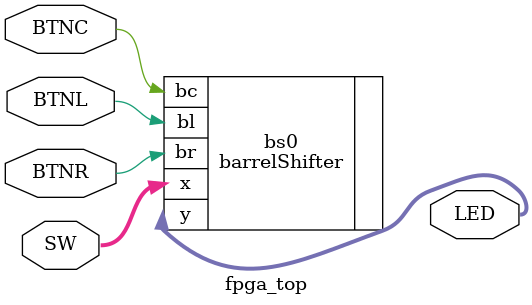
<source format=sv>
`timescale 1ns / 1ps


module fpga_top(
    input logic [15:0] SW,      //define switches buttons and LEDs
    input logic BTNC,           //center button
    input logic BTNL,           //left button
    input logic BTNR,           //right button
    output logic [15:0]LED      //16bit LED bus
    );
    
barrelShifter bs0(
    .x(SW),                     //instantuates and links above hardware to barrelShifter module
    .bl(BTNL),
    .br(BTNR),
    .bc(BTNC),
    .y(LED)
    );
    
endmodule

</source>
